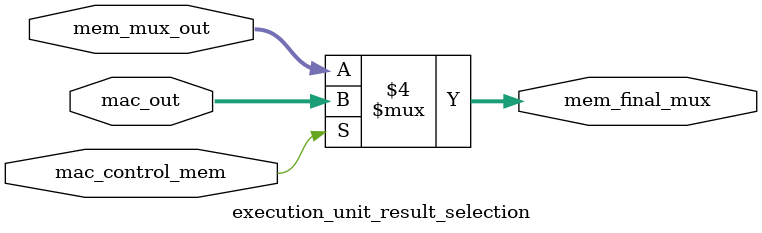
<source format=v>
`timescale 1ps / 1ps


module execution_unit_result_selection(input [31:0]mem_mux_out,input [31:0]mac_out,input mac_control_mem,output reg[31:0]mem_final_mux);

always@(*)
begin
if ( mac_control_mem==1)
begin
mem_final_mux=mac_out;
end
else 
mem_final_mux=mem_mux_out;


end
endmodule

</source>
